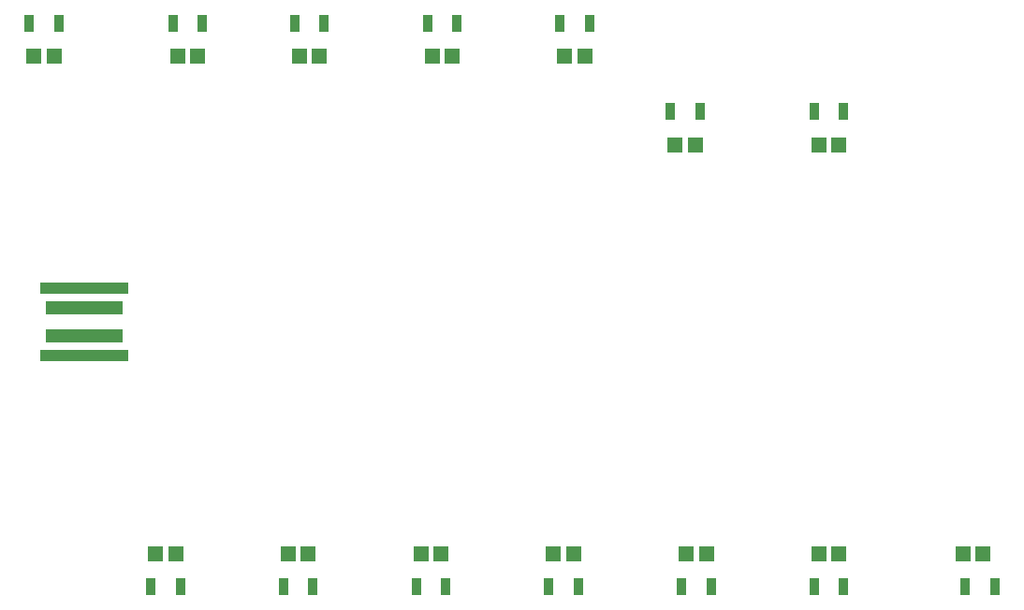
<source format=gbp>
G04*
G04 #@! TF.GenerationSoftware,Altium Limited,Altium Designer,20.2.6 (244)*
G04*
G04 Layer_Color=128*
%FSLAX25Y25*%
%MOIN*%
G70*
G04*
G04 #@! TF.SameCoordinates,78553FFF-4CE1-44D2-B870-6997896BCA41*
G04*
G04*
G04 #@! TF.FilePolarity,Positive*
G04*
G01*
G75*
%ADD30R,0.03543X0.06102*%
%ADD31R,0.05500X0.05800*%
%ADD32R,0.31500X0.04300*%
%ADD33R,0.27600X0.04900*%
D30*
X164075Y366142D02*
D03*
X174508D02*
D03*
X443602Y334646D02*
D03*
X454035D02*
D03*
X497441Y165354D02*
D03*
X507874D02*
D03*
X217815Y165354D02*
D03*
X207382D02*
D03*
X225689Y366142D02*
D03*
X215256D02*
D03*
X268996D02*
D03*
X258563D02*
D03*
X316240D02*
D03*
X305807D02*
D03*
X363484D02*
D03*
X353051D02*
D03*
X402854Y334646D02*
D03*
X392421D02*
D03*
X443602Y165354D02*
D03*
X454035D02*
D03*
X396358D02*
D03*
X406791D02*
D03*
X349114D02*
D03*
X359547D02*
D03*
X301870D02*
D03*
X312303D02*
D03*
X254626D02*
D03*
X265059D02*
D03*
D31*
X172838Y354331D02*
D03*
X165745D02*
D03*
X496454Y177165D02*
D03*
X503546D02*
D03*
X216145D02*
D03*
X209052D02*
D03*
X216926Y354331D02*
D03*
X224019D02*
D03*
X260233D02*
D03*
X267326D02*
D03*
X307477D02*
D03*
X314570D02*
D03*
X354721D02*
D03*
X361814D02*
D03*
X394091Y322835D02*
D03*
X401184D02*
D03*
X445272D02*
D03*
X452365D02*
D03*
X445272Y177165D02*
D03*
X452365D02*
D03*
X398028D02*
D03*
X405121D02*
D03*
X350784D02*
D03*
X357877D02*
D03*
X303540D02*
D03*
X310633D02*
D03*
X256296D02*
D03*
X263389D02*
D03*
D32*
X183503Y247815D02*
D03*
Y271870D02*
D03*
D33*
Y264764D02*
D03*
Y254921D02*
D03*
M02*

</source>
